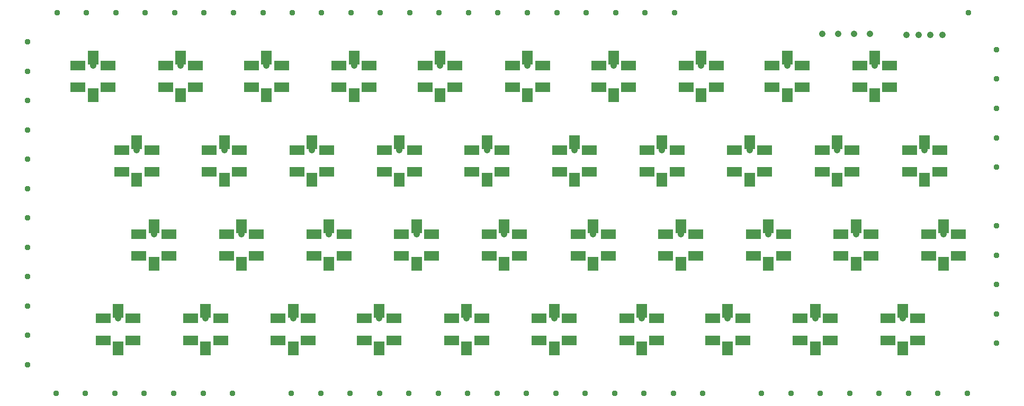
<source format=gbr>
G04 GENERATED BY PULSONIX 12.5 GERBER.DLL 9449*
G04 #@! TF.GenerationSoftware,Pulsonix,Pulsonix,12.5.9449*
G04 #@! TF.CreationDate,2024-10-25T20:20:25--1:00*
G04 #@! TF.Part,Single*
%FSLAX35Y35*%
%LPD*%
%MOMM*%
G04 #@! TF.FileFunction,Soldermask,Top*
G04 #@! TF.FilePolarity,Negative*
G04 #@! TA.AperFunction,ViaPad*
%ADD112C,1.05400*%
%ADD113C,0.95400*%
G04 #@! TA.AperFunction,SMDPad,CuDef*
%ADD114R,1.65400X2.25400*%
%ADD115R,2.45400X1.55400*%
G04 #@! TD.AperFunction*
X0Y0D02*
D02*
D112*
X1875000Y5900000D03*
X2275000Y1850000D03*
X2575000Y4550000D03*
X2850000Y3200000D03*
X3275000Y5900000D03*
X3675000Y1850000D03*
X3975000Y4550000D03*
X4250000Y3200000D03*
X4650000Y5900000D03*
X5075000Y1850000D03*
X5375000Y4550000D03*
X5650000Y3200000D03*
X6050000Y5900000D03*
X6450000Y1850000D03*
X6775000Y4550000D03*
X7050000Y3200000D03*
X7425000Y5900000D03*
X7850000Y1850000D03*
X8175000Y4550000D03*
X8450000Y3200000D03*
X8825000Y5900000D03*
X9250000Y1850000D03*
X9575000Y4550000D03*
X9875000Y3200000D03*
X10200000Y5900000D03*
X10650000Y1850000D03*
X10975000Y4550000D03*
X11275000Y3200000D03*
X11600000Y5900000D03*
X12025000Y1850000D03*
X12375000Y4550000D03*
X12675000Y3200000D03*
X12975000Y5900000D03*
X13425000Y1850000D03*
X13536000Y6406000D03*
X13775000Y4550000D03*
X13790000Y6406250D03*
X14044000D03*
X14075000Y3200000D03*
X14298000Y6406250D03*
X14375000Y5900000D03*
X14825000Y1850000D03*
X14885500Y6390375D03*
X15076000Y6392000D03*
X15175000Y4550000D03*
X15266500Y6392000D03*
X15458000D03*
X15475000Y3200000D03*
D02*
D113*
X825800Y1109228D03*
Y1579228D03*
Y2049228D03*
Y2519228D03*
Y2989228D03*
Y3459228D03*
Y3929228D03*
Y4399228D03*
Y4869228D03*
Y5339228D03*
Y5809228D03*
Y6279228D03*
X1285212Y650800D03*
X1300907Y6749200D03*
X1755212Y650800D03*
X1770907Y6749200D03*
X2225212Y650800D03*
X2240907Y6749200D03*
X2695212Y650800D03*
X2710907Y6749200D03*
X3165212Y650800D03*
X3180907Y6749200D03*
X3635212Y650800D03*
X3650907Y6749200D03*
X4105212Y650800D03*
X4120907Y6749200D03*
X4600000Y6750000D03*
X5045212Y650800D03*
X5060907Y6749200D03*
X5515212Y650800D03*
X5530907Y6749200D03*
X5985212Y650800D03*
X6000907Y6749200D03*
X6455212Y650800D03*
X6470907Y6749200D03*
X6925212Y650800D03*
X6940907Y6749200D03*
X7395212Y650800D03*
X7410907Y6749200D03*
X7865212Y650800D03*
X7880907Y6749200D03*
X8335212Y650800D03*
X8350907Y6749200D03*
X8805212Y650800D03*
X8820907Y6749200D03*
X9275212Y650800D03*
X9290907Y6749200D03*
X9745212Y650800D03*
X9760907Y6749200D03*
X10215212Y650800D03*
X10230907Y6749200D03*
X10685212Y650800D03*
X10700907Y6749200D03*
X11155212Y650800D03*
X11170907Y6749200D03*
X11625212Y650800D03*
X12565212D03*
X13035212D03*
X13505212D03*
X13975212D03*
X14445212D03*
X14915212D03*
X15385212D03*
X15855212D03*
X15870907Y6749200D03*
X16324200Y1455000D03*
Y1925000D03*
Y2395000D03*
Y2865000D03*
Y3335000D03*
Y4275000D03*
Y4745000D03*
Y5215000D03*
Y5685000D03*
Y6155000D03*
D02*
D114*
X1875000Y5425000D03*
Y6025000D03*
X2275000Y1375000D03*
Y1975000D03*
X2575000Y4075000D03*
Y4675000D03*
X2850000Y2725000D03*
Y3325000D03*
X3275000Y5425000D03*
Y6025000D03*
X3675000Y1375000D03*
Y1975000D03*
X3975000Y4075000D03*
Y4675000D03*
X4250000Y2725000D03*
Y3325000D03*
X4650000Y5425000D03*
Y6025000D03*
X5075000Y1375000D03*
Y1975000D03*
X5375000Y4075000D03*
Y4675000D03*
X5650000Y2725000D03*
Y3325000D03*
X6050000Y5425000D03*
Y6025000D03*
X6450000Y1375000D03*
Y1975000D03*
X6775000Y4075000D03*
Y4675000D03*
X7050000Y2725000D03*
Y3325000D03*
X7425000Y5425000D03*
Y6025000D03*
X7850000Y1375000D03*
Y1975000D03*
X8175000Y4075000D03*
Y4675000D03*
X8450000Y2725000D03*
Y3325000D03*
X8825000Y5425000D03*
Y6025000D03*
X9250000Y1375000D03*
Y1975000D03*
X9575000Y4075000D03*
Y4675000D03*
X9875000Y2725000D03*
Y3325000D03*
X10200000Y5425000D03*
Y6025000D03*
X10650000Y1375000D03*
Y1975000D03*
X10975000Y4075000D03*
Y4675000D03*
X11275000Y2725000D03*
Y3325000D03*
X11600000Y5425000D03*
Y6025000D03*
X12025000Y1375000D03*
Y1975000D03*
X12375000Y4075000D03*
Y4675000D03*
X12675000Y2725000D03*
Y3325000D03*
X12975000Y5425000D03*
Y6025000D03*
X13425000Y1375000D03*
Y1975000D03*
X13775000Y4075000D03*
Y4675000D03*
X14075000Y2725000D03*
Y3325000D03*
X14375000Y5425000D03*
Y6025000D03*
X14825000Y1375000D03*
Y1975000D03*
X15175000Y4075000D03*
Y4675000D03*
X15475000Y2725000D03*
Y3325000D03*
D02*
D115*
X1635000Y5550000D03*
Y5900000D03*
X2035000Y1500000D03*
Y1850000D03*
X2115000Y5550000D03*
Y5900000D03*
X2335000Y4200000D03*
Y4550000D03*
X2515000Y1500000D03*
Y1850000D03*
X2610000Y2850000D03*
Y3200000D03*
X2815000Y4200000D03*
Y4550000D03*
X3035000Y5550000D03*
Y5900000D03*
X3090000Y2850000D03*
Y3200000D03*
X3435000Y1500000D03*
Y1850000D03*
X3515000Y5550000D03*
Y5900000D03*
X3735000Y4200000D03*
Y4550000D03*
X3915000Y1500000D03*
Y1850000D03*
X4010000Y2850000D03*
Y3200000D03*
X4215000Y4200000D03*
Y4550000D03*
X4410000Y5550000D03*
Y5900000D03*
X4490000Y2850000D03*
Y3200000D03*
X4835000Y1500000D03*
Y1850000D03*
X4890000Y5550000D03*
Y5900000D03*
X5135000Y4200000D03*
Y4550000D03*
X5315000Y1500000D03*
Y1850000D03*
X5410000Y2850000D03*
Y3200000D03*
X5615000Y4200000D03*
Y4550000D03*
X5810000Y5550000D03*
Y5900000D03*
X5890000Y2850000D03*
Y3200000D03*
X6210000Y1500000D03*
Y1850000D03*
X6290000Y5550000D03*
Y5900000D03*
X6535000Y4200000D03*
Y4550000D03*
X6690000Y1500000D03*
Y1850000D03*
X6810000Y2850000D03*
Y3200000D03*
X7015000Y4200000D03*
Y4550000D03*
X7185000Y5550000D03*
Y5900000D03*
X7290000Y2850000D03*
Y3200000D03*
X7610000Y1500000D03*
Y1850000D03*
X7665000Y5550000D03*
Y5900000D03*
X7935000Y4200000D03*
Y4550000D03*
X8090000Y1500000D03*
Y1850000D03*
X8210000Y2850000D03*
Y3200000D03*
X8415000Y4200000D03*
Y4550000D03*
X8585000Y5550000D03*
Y5900000D03*
X8690000Y2850000D03*
Y3200000D03*
X9010000Y1500000D03*
Y1850000D03*
X9065000Y5550000D03*
Y5900000D03*
X9335000Y4200000D03*
Y4550000D03*
X9490000Y1500000D03*
Y1850000D03*
X9635000Y2850000D03*
Y3200000D03*
X9815000Y4200000D03*
Y4550000D03*
X9960000Y5550000D03*
Y5900000D03*
X10115000Y2850000D03*
Y3200000D03*
X10410000Y1500000D03*
Y1850000D03*
X10440000Y5550000D03*
Y5900000D03*
X10735000Y4200000D03*
Y4550000D03*
X10890000Y1500000D03*
Y1850000D03*
X11035000Y2850000D03*
Y3200000D03*
X11215000Y4200000D03*
Y4550000D03*
X11360000Y5550000D03*
Y5900000D03*
X11515000Y2850000D03*
Y3200000D03*
X11785000Y1500000D03*
Y1850000D03*
X11840000Y5550000D03*
Y5900000D03*
X12135000Y4200000D03*
Y4550000D03*
X12265000Y1500000D03*
Y1850000D03*
X12435000Y2850000D03*
Y3200000D03*
X12615000Y4200000D03*
Y4550000D03*
X12735000Y5550000D03*
Y5900000D03*
X12915000Y2850000D03*
Y3200000D03*
X13185000Y1500000D03*
Y1850000D03*
X13215000Y5550000D03*
Y5900000D03*
X13535000Y4200000D03*
Y4550000D03*
X13665000Y1500000D03*
Y1850000D03*
X13835000Y2850000D03*
Y3200000D03*
X14015000Y4200000D03*
Y4550000D03*
X14135000Y5550000D03*
Y5900000D03*
X14315000Y2850000D03*
Y3200000D03*
X14585000Y1500000D03*
Y1850000D03*
X14615000Y5550000D03*
Y5900000D03*
X14935000Y4200000D03*
Y4550000D03*
X15065000Y1500000D03*
Y1850000D03*
X15235000Y2850000D03*
Y3200000D03*
X15415000Y4200000D03*
Y4550000D03*
X15715000Y2850000D03*
Y3200000D03*
X0Y0D02*
M02*

</source>
